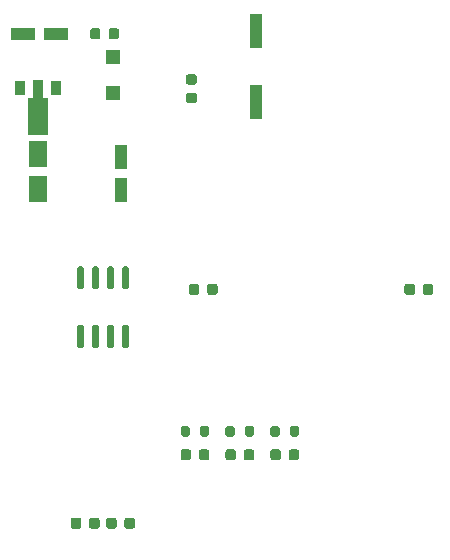
<source format=gbp>
G04 #@! TF.GenerationSoftware,KiCad,Pcbnew,(5.1.10)-1*
G04 #@! TF.CreationDate,2022-02-06T01:46:52+09:00*
G04 #@! TF.ProjectId,Power,506f7765-722e-46b6-9963-61645f706362,rev?*
G04 #@! TF.SameCoordinates,Original*
G04 #@! TF.FileFunction,Paste,Bot*
G04 #@! TF.FilePolarity,Positive*
%FSLAX46Y46*%
G04 Gerber Fmt 4.6, Leading zero omitted, Abs format (unit mm)*
G04 Created by KiCad (PCBNEW (5.1.10)-1) date 2022-02-06 01:46:52*
%MOMM*%
%LPD*%
G01*
G04 APERTURE LIST*
%ADD10R,1.000000X2.000000*%
%ADD11R,2.000000X1.000000*%
%ADD12R,1.600000X2.200000*%
%ADD13R,1.000000X3.000000*%
%ADD14R,1.220000X1.150000*%
%ADD15C,0.100000*%
%ADD16R,0.900000X1.300000*%
G04 APERTURE END LIST*
D10*
X-6500000Y12200000D03*
X-6500000Y9400000D03*
D11*
X-12000000Y22650000D03*
X-14800000Y22650000D03*
D12*
X-13500000Y9500000D03*
X-13500000Y12500000D03*
D13*
X5000000Y22900000D03*
X5000000Y16900000D03*
G36*
G01*
X-250000Y18325000D02*
X-750000Y18325000D01*
G75*
G02*
X-975000Y18550000I0J225000D01*
G01*
X-975000Y19000000D01*
G75*
G02*
X-750000Y19225000I225000J0D01*
G01*
X-250000Y19225000D01*
G75*
G02*
X-25000Y19000000I0J-225000D01*
G01*
X-25000Y18550000D01*
G75*
G02*
X-250000Y18325000I-225000J0D01*
G01*
G37*
G36*
G01*
X-250000Y16775000D02*
X-750000Y16775000D01*
G75*
G02*
X-975000Y17000000I0J225000D01*
G01*
X-975000Y17450000D01*
G75*
G02*
X-750000Y17675000I225000J0D01*
G01*
X-250000Y17675000D01*
G75*
G02*
X-25000Y17450000I0J-225000D01*
G01*
X-25000Y17000000D01*
G75*
G02*
X-250000Y16775000I-225000J0D01*
G01*
G37*
G36*
G01*
X-6825000Y-18550000D02*
X-6825000Y-19050000D01*
G75*
G02*
X-7050000Y-19275000I-225000J0D01*
G01*
X-7500000Y-19275000D01*
G75*
G02*
X-7725000Y-19050000I0J225000D01*
G01*
X-7725000Y-18550000D01*
G75*
G02*
X-7500000Y-18325000I225000J0D01*
G01*
X-7050000Y-18325000D01*
G75*
G02*
X-6825000Y-18550000I0J-225000D01*
G01*
G37*
G36*
G01*
X-5275000Y-18550000D02*
X-5275000Y-19050000D01*
G75*
G02*
X-5500000Y-19275000I-225000J0D01*
G01*
X-5950000Y-19275000D01*
G75*
G02*
X-6175000Y-19050000I0J225000D01*
G01*
X-6175000Y-18550000D01*
G75*
G02*
X-5950000Y-18325000I225000J0D01*
G01*
X-5500000Y-18325000D01*
G75*
G02*
X-5275000Y-18550000I0J-225000D01*
G01*
G37*
G36*
G01*
X-9175000Y-19050000D02*
X-9175000Y-18550000D01*
G75*
G02*
X-8950000Y-18325000I225000J0D01*
G01*
X-8500000Y-18325000D01*
G75*
G02*
X-8275000Y-18550000I0J-225000D01*
G01*
X-8275000Y-19050000D01*
G75*
G02*
X-8500000Y-19275000I-225000J0D01*
G01*
X-8950000Y-19275000D01*
G75*
G02*
X-9175000Y-19050000I0J225000D01*
G01*
G37*
G36*
G01*
X-10725000Y-19050000D02*
X-10725000Y-18550000D01*
G75*
G02*
X-10500000Y-18325000I225000J0D01*
G01*
X-10050000Y-18325000D01*
G75*
G02*
X-9825000Y-18550000I0J-225000D01*
G01*
X-9825000Y-19050000D01*
G75*
G02*
X-10050000Y-19275000I-225000J0D01*
G01*
X-10500000Y-19275000D01*
G75*
G02*
X-10725000Y-19050000I0J225000D01*
G01*
G37*
G36*
G01*
X7075000Y-12750000D02*
X7075000Y-13250000D01*
G75*
G02*
X6850000Y-13475000I-225000J0D01*
G01*
X6400000Y-13475000D01*
G75*
G02*
X6175000Y-13250000I0J225000D01*
G01*
X6175000Y-12750000D01*
G75*
G02*
X6400000Y-12525000I225000J0D01*
G01*
X6850000Y-12525000D01*
G75*
G02*
X7075000Y-12750000I0J-225000D01*
G01*
G37*
G36*
G01*
X8625000Y-12750000D02*
X8625000Y-13250000D01*
G75*
G02*
X8400000Y-13475000I-225000J0D01*
G01*
X7950000Y-13475000D01*
G75*
G02*
X7725000Y-13250000I0J225000D01*
G01*
X7725000Y-12750000D01*
G75*
G02*
X7950000Y-12525000I225000J0D01*
G01*
X8400000Y-12525000D01*
G75*
G02*
X8625000Y-12750000I0J-225000D01*
G01*
G37*
G36*
G01*
X3275000Y-12750000D02*
X3275000Y-13250000D01*
G75*
G02*
X3050000Y-13475000I-225000J0D01*
G01*
X2600000Y-13475000D01*
G75*
G02*
X2375000Y-13250000I0J225000D01*
G01*
X2375000Y-12750000D01*
G75*
G02*
X2600000Y-12525000I225000J0D01*
G01*
X3050000Y-12525000D01*
G75*
G02*
X3275000Y-12750000I0J-225000D01*
G01*
G37*
G36*
G01*
X4825000Y-12750000D02*
X4825000Y-13250000D01*
G75*
G02*
X4600000Y-13475000I-225000J0D01*
G01*
X4150000Y-13475000D01*
G75*
G02*
X3925000Y-13250000I0J225000D01*
G01*
X3925000Y-12750000D01*
G75*
G02*
X4150000Y-12525000I225000J0D01*
G01*
X4600000Y-12525000D01*
G75*
G02*
X4825000Y-12750000I0J-225000D01*
G01*
G37*
G36*
G01*
X-525000Y-12750000D02*
X-525000Y-13250000D01*
G75*
G02*
X-750000Y-13475000I-225000J0D01*
G01*
X-1200000Y-13475000D01*
G75*
G02*
X-1425000Y-13250000I0J225000D01*
G01*
X-1425000Y-12750000D01*
G75*
G02*
X-1200000Y-12525000I225000J0D01*
G01*
X-750000Y-12525000D01*
G75*
G02*
X-525000Y-12750000I0J-225000D01*
G01*
G37*
G36*
G01*
X1025000Y-12750000D02*
X1025000Y-13250000D01*
G75*
G02*
X800000Y-13475000I-225000J0D01*
G01*
X350000Y-13475000D01*
G75*
G02*
X125000Y-13250000I0J225000D01*
G01*
X125000Y-12750000D01*
G75*
G02*
X350000Y-12525000I225000J0D01*
G01*
X800000Y-12525000D01*
G75*
G02*
X1025000Y-12750000I0J-225000D01*
G01*
G37*
G36*
G01*
X19075000Y750000D02*
X19075000Y1250000D01*
G75*
G02*
X19300000Y1475000I225000J0D01*
G01*
X19750000Y1475000D01*
G75*
G02*
X19975000Y1250000I0J-225000D01*
G01*
X19975000Y750000D01*
G75*
G02*
X19750000Y525000I-225000J0D01*
G01*
X19300000Y525000D01*
G75*
G02*
X19075000Y750000I0J225000D01*
G01*
G37*
G36*
G01*
X17525000Y750000D02*
X17525000Y1250000D01*
G75*
G02*
X17750000Y1475000I225000J0D01*
G01*
X18200000Y1475000D01*
G75*
G02*
X18425000Y1250000I0J-225000D01*
G01*
X18425000Y750000D01*
G75*
G02*
X18200000Y525000I-225000J0D01*
G01*
X17750000Y525000D01*
G75*
G02*
X17525000Y750000I0J225000D01*
G01*
G37*
G36*
G01*
X825000Y750000D02*
X825000Y1250000D01*
G75*
G02*
X1050000Y1475000I225000J0D01*
G01*
X1500000Y1475000D01*
G75*
G02*
X1725000Y1250000I0J-225000D01*
G01*
X1725000Y750000D01*
G75*
G02*
X1500000Y525000I-225000J0D01*
G01*
X1050000Y525000D01*
G75*
G02*
X825000Y750000I0J225000D01*
G01*
G37*
G36*
G01*
X-725000Y750000D02*
X-725000Y1250000D01*
G75*
G02*
X-500000Y1475000I225000J0D01*
G01*
X-50000Y1475000D01*
G75*
G02*
X175000Y1250000I0J-225000D01*
G01*
X175000Y750000D01*
G75*
G02*
X-50000Y525000I-225000J0D01*
G01*
X-500000Y525000D01*
G75*
G02*
X-725000Y750000I0J225000D01*
G01*
G37*
D14*
X-7100000Y17600000D03*
X-7100000Y20700000D03*
G36*
G01*
X-7500000Y22393750D02*
X-7500000Y22906250D01*
G75*
G02*
X-7281250Y23125000I218750J0D01*
G01*
X-6843750Y23125000D01*
G75*
G02*
X-6625000Y22906250I0J-218750D01*
G01*
X-6625000Y22393750D01*
G75*
G02*
X-6843750Y22175000I-218750J0D01*
G01*
X-7281250Y22175000D01*
G75*
G02*
X-7500000Y22393750I0J218750D01*
G01*
G37*
G36*
G01*
X-9075000Y22393750D02*
X-9075000Y22906250D01*
G75*
G02*
X-8856250Y23125000I218750J0D01*
G01*
X-8418750Y23125000D01*
G75*
G02*
X-8200000Y22906250I0J-218750D01*
G01*
X-8200000Y22393750D01*
G75*
G02*
X-8418750Y22175000I-218750J0D01*
G01*
X-8856250Y22175000D01*
G75*
G02*
X-9075000Y22393750I0J218750D01*
G01*
G37*
G36*
G01*
X7825000Y-11275000D02*
X7825000Y-10725000D01*
G75*
G02*
X8025000Y-10525000I200000J0D01*
G01*
X8425000Y-10525000D01*
G75*
G02*
X8625000Y-10725000I0J-200000D01*
G01*
X8625000Y-11275000D01*
G75*
G02*
X8425000Y-11475000I-200000J0D01*
G01*
X8025000Y-11475000D01*
G75*
G02*
X7825000Y-11275000I0J200000D01*
G01*
G37*
G36*
G01*
X6175000Y-11275000D02*
X6175000Y-10725000D01*
G75*
G02*
X6375000Y-10525000I200000J0D01*
G01*
X6775000Y-10525000D01*
G75*
G02*
X6975000Y-10725000I0J-200000D01*
G01*
X6975000Y-11275000D01*
G75*
G02*
X6775000Y-11475000I-200000J0D01*
G01*
X6375000Y-11475000D01*
G75*
G02*
X6175000Y-11275000I0J200000D01*
G01*
G37*
G36*
G01*
X4025000Y-11275000D02*
X4025000Y-10725000D01*
G75*
G02*
X4225000Y-10525000I200000J0D01*
G01*
X4625000Y-10525000D01*
G75*
G02*
X4825000Y-10725000I0J-200000D01*
G01*
X4825000Y-11275000D01*
G75*
G02*
X4625000Y-11475000I-200000J0D01*
G01*
X4225000Y-11475000D01*
G75*
G02*
X4025000Y-11275000I0J200000D01*
G01*
G37*
G36*
G01*
X2375000Y-11275000D02*
X2375000Y-10725000D01*
G75*
G02*
X2575000Y-10525000I200000J0D01*
G01*
X2975000Y-10525000D01*
G75*
G02*
X3175000Y-10725000I0J-200000D01*
G01*
X3175000Y-11275000D01*
G75*
G02*
X2975000Y-11475000I-200000J0D01*
G01*
X2575000Y-11475000D01*
G75*
G02*
X2375000Y-11275000I0J200000D01*
G01*
G37*
G36*
G01*
X225000Y-11275000D02*
X225000Y-10725000D01*
G75*
G02*
X425000Y-10525000I200000J0D01*
G01*
X825000Y-10525000D01*
G75*
G02*
X1025000Y-10725000I0J-200000D01*
G01*
X1025000Y-11275000D01*
G75*
G02*
X825000Y-11475000I-200000J0D01*
G01*
X425000Y-11475000D01*
G75*
G02*
X225000Y-11275000I0J200000D01*
G01*
G37*
G36*
G01*
X-1425000Y-11275000D02*
X-1425000Y-10725000D01*
G75*
G02*
X-1225000Y-10525000I200000J0D01*
G01*
X-825000Y-10525000D01*
G75*
G02*
X-625000Y-10725000I0J-200000D01*
G01*
X-625000Y-11275000D01*
G75*
G02*
X-825000Y-11475000I-200000J0D01*
G01*
X-1225000Y-11475000D01*
G75*
G02*
X-1425000Y-11275000I0J200000D01*
G01*
G37*
G36*
G01*
X-5945000Y1000000D02*
X-6245000Y1000000D01*
G75*
G02*
X-6395000Y1150000I0J150000D01*
G01*
X-6395000Y2800000D01*
G75*
G02*
X-6245000Y2950000I150000J0D01*
G01*
X-5945000Y2950000D01*
G75*
G02*
X-5795000Y2800000I0J-150000D01*
G01*
X-5795000Y1150000D01*
G75*
G02*
X-5945000Y1000000I-150000J0D01*
G01*
G37*
G36*
G01*
X-7215000Y1000000D02*
X-7515000Y1000000D01*
G75*
G02*
X-7665000Y1150000I0J150000D01*
G01*
X-7665000Y2800000D01*
G75*
G02*
X-7515000Y2950000I150000J0D01*
G01*
X-7215000Y2950000D01*
G75*
G02*
X-7065000Y2800000I0J-150000D01*
G01*
X-7065000Y1150000D01*
G75*
G02*
X-7215000Y1000000I-150000J0D01*
G01*
G37*
G36*
G01*
X-8485000Y1000000D02*
X-8785000Y1000000D01*
G75*
G02*
X-8935000Y1150000I0J150000D01*
G01*
X-8935000Y2800000D01*
G75*
G02*
X-8785000Y2950000I150000J0D01*
G01*
X-8485000Y2950000D01*
G75*
G02*
X-8335000Y2800000I0J-150000D01*
G01*
X-8335000Y1150000D01*
G75*
G02*
X-8485000Y1000000I-150000J0D01*
G01*
G37*
G36*
G01*
X-9755000Y1000000D02*
X-10055000Y1000000D01*
G75*
G02*
X-10205000Y1150000I0J150000D01*
G01*
X-10205000Y2800000D01*
G75*
G02*
X-10055000Y2950000I150000J0D01*
G01*
X-9755000Y2950000D01*
G75*
G02*
X-9605000Y2800000I0J-150000D01*
G01*
X-9605000Y1150000D01*
G75*
G02*
X-9755000Y1000000I-150000J0D01*
G01*
G37*
G36*
G01*
X-9755000Y-3950000D02*
X-10055000Y-3950000D01*
G75*
G02*
X-10205000Y-3800000I0J150000D01*
G01*
X-10205000Y-2150000D01*
G75*
G02*
X-10055000Y-2000000I150000J0D01*
G01*
X-9755000Y-2000000D01*
G75*
G02*
X-9605000Y-2150000I0J-150000D01*
G01*
X-9605000Y-3800000D01*
G75*
G02*
X-9755000Y-3950000I-150000J0D01*
G01*
G37*
G36*
G01*
X-8485000Y-3950000D02*
X-8785000Y-3950000D01*
G75*
G02*
X-8935000Y-3800000I0J150000D01*
G01*
X-8935000Y-2150000D01*
G75*
G02*
X-8785000Y-2000000I150000J0D01*
G01*
X-8485000Y-2000000D01*
G75*
G02*
X-8335000Y-2150000I0J-150000D01*
G01*
X-8335000Y-3800000D01*
G75*
G02*
X-8485000Y-3950000I-150000J0D01*
G01*
G37*
G36*
G01*
X-7215000Y-3950000D02*
X-7515000Y-3950000D01*
G75*
G02*
X-7665000Y-3800000I0J150000D01*
G01*
X-7665000Y-2150000D01*
G75*
G02*
X-7515000Y-2000000I150000J0D01*
G01*
X-7215000Y-2000000D01*
G75*
G02*
X-7065000Y-2150000I0J-150000D01*
G01*
X-7065000Y-3800000D01*
G75*
G02*
X-7215000Y-3950000I-150000J0D01*
G01*
G37*
G36*
G01*
X-5945000Y-3950000D02*
X-6245000Y-3950000D01*
G75*
G02*
X-6395000Y-3800000I0J150000D01*
G01*
X-6395000Y-2150000D01*
G75*
G02*
X-6245000Y-2000000I150000J0D01*
G01*
X-5945000Y-2000000D01*
G75*
G02*
X-5795000Y-2150000I0J-150000D01*
G01*
X-5795000Y-3800000D01*
G75*
G02*
X-5945000Y-3950000I-150000J0D01*
G01*
G37*
D15*
G36*
X-14366500Y14100000D02*
G01*
X-14366500Y17225000D01*
X-13950000Y17225000D01*
X-13950000Y18700000D01*
X-13050000Y18700000D01*
X-13050000Y17225000D01*
X-12633500Y17225000D01*
X-12633500Y14100000D01*
X-14366500Y14100000D01*
G37*
D16*
X-12000000Y18050000D03*
X-15000000Y18050000D03*
M02*

</source>
